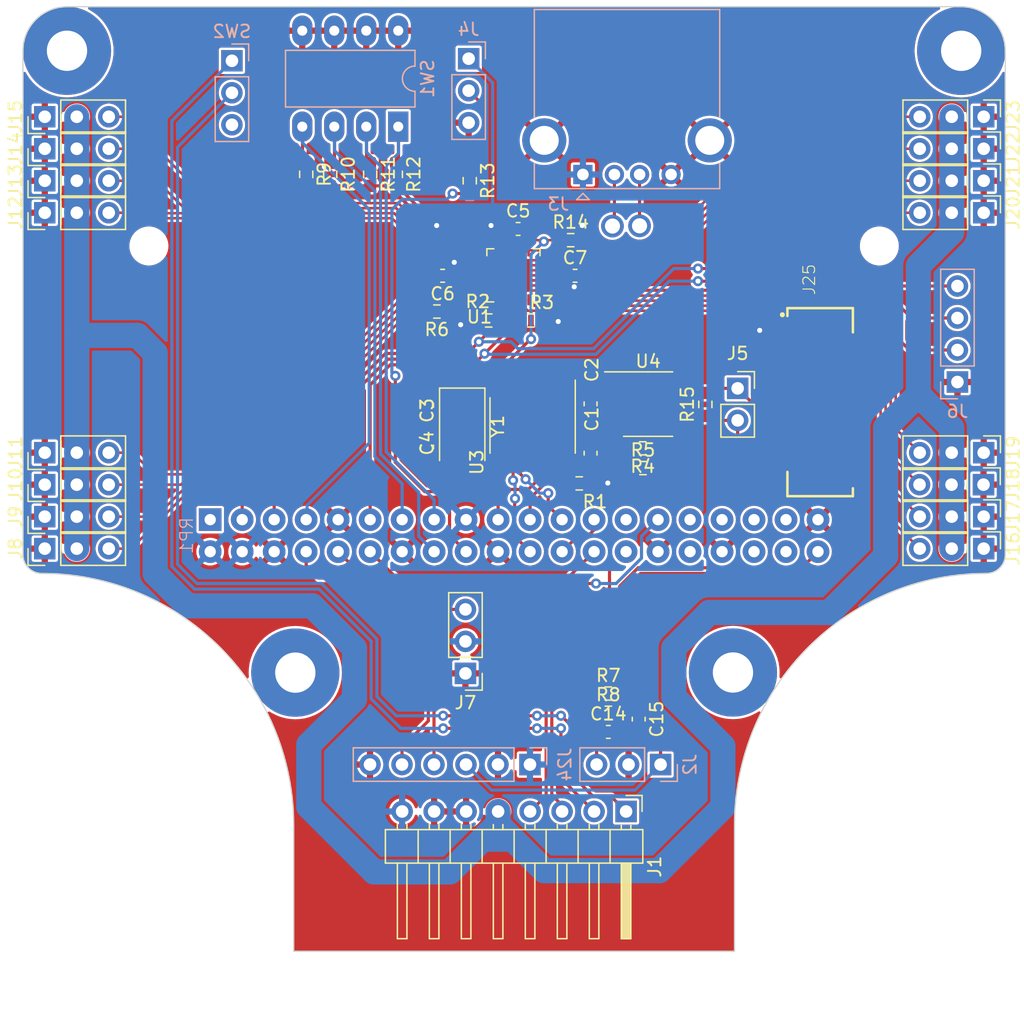
<source format=kicad_pcb>
(kicad_pcb (version 20221018) (generator pcbnew)
  (layers (0 "F.Cu" signal) (31 "B.Cu" signal) (34 "B.Paste" user) (35 "F.Paste" user) (36 "B.SilkS" user "B.Silkscreen") (37 "F.SilkS" user "F.Silkscreen") (38 "B.Mask" user) (39 "F.Mask" user) (44 "Edge.Cuts" user))
  (net 0 "")
  (net 1 "/WS2812B")
  (net 10 "+5V")
  (net 13 "GND")
  (net 23 "Net-(J3-D-)")
  (net 24 "Net-(J3-D+)")
  (net 25 "+3.3VP")
  (net 26 "/CAN/MOSI")
  (net 27 "/CAN/MISO")
  (net 28 "/CAN/SCK")
  (net 29 "/CAN/CE")
  (net 30 "Net-(U3-TXCAN)")
  (net 31 "Net-(U3-RXCAN)")
  (net 32 "Net-(U3-OSC2)")
  (net 33 "Net-(U3-OSC1)")
  (net 34 "Net-(U3-~{RESET})")
  (net 35 "/SX1509/SDA")
  (net 36 "/SX1509/SCL")
  (net 37 "/CAN/CANL")
  (net 38 "/CAN/CANH")
  (net 39 "Net-(U4-Rs)")
  (net 40 "Net-(U1-RESET)")
  (net 41 "/ALIM_EN_5L")
  (net 42 "/EN_5L")
  (net 43 "/CaptTOR_2")
  (net 44 "/CaptTOR_1")
  (net 45 "+5P")
  (net 46 "/SX1509/SX_IO_2")
  (net 47 "/SX1509/SX_IO_3")
  (net 48 "/SX1509/SX_IO_4")
  (net 49 "/SX1509/SX_IO_5")
  (net 50 "/SX1509/SX_IO_6")
  (net 51 "/SX1509/SX_IO_7")
  (net 52 "/SX1509/SX_IO_8")
  (net 53 "/SX1509/SX_IO_9")
  (net 54 "/SX1509/SX_IO_10")
  (net 55 "/SX1509/SX_IO_11")
  (net 56 "/SX1509/SX_IO_12")
  (net 57 "/SX1509/SX_IO_13")
  (net 58 "/SX1509/SX_IO_14")
  (net 59 "/SX1509/SX_IO_15")
  (net 60 "/SX1509/SX_IO_0")
  (net 61 "/SX1509/SX_IO_1")
  (net 62 "Net-(J2-Pin_3)")
  (net 63 "/TIRETTE")
  (net 64 "Net-(J4-Pin_2)")
  (net 65 "/SIDE")
  (net 66 "/INT_SX")
  (net 67 "/INT_CAN")
  (net 73 "Net-(J24-Pin_4)")
  (net 74 "Net-(J24-Pin_5)")
  (net 75 "Net-(RP1-GPIO4{slash}GPCLK0)")
  (net 76 "Net-(RP1-GPIO27)")
  (net 77 "Net-(RP1-GPIO22)")
  (net 78 "Net-(RP1-GPIO23)")
  (footprint "Connector_PinHeader_2.54mm:PinHeader_1x03_P2.54mm_Vertical" (layer "F.Cu") (at 184.785 78.74 -90)
    (fp_text reference "J23")
    (fp_text value "Conn_01x03")
  )
  (footprint "Resistor_SMD:R_0603_1608Metric_Pad0.98x0.95mm_HandSolder" (layer "F.Cu") (at 143.9775 83.82 -90)
    (fp_text reference "R13")
    (fp_text value "68")
  )
  (footprint "Connector_PinHeader_2.54mm:PinHeader_1x03_P2.54mm_Vertical" (layer "F.Cu") (at 110.236 110.49 90)
    (fp_text reference "J9")
    (fp_text value "Conn_01x03")
  )
  (footprint "Capacitor_SMD:C_0603_1608Metric_Pad1.08x0.95mm_HandSolder" (layer "F.Cu") (at 153.571 101.533 90)
    (fp_text reference "C2")
    (fp_text value "100nF")
  )
  (footprint "Capacitor_SMD:C_0603_1608Metric_Pad1.08x0.95mm_HandSolder" (layer "F.Cu") (at 157.3934 126.5682 -90)
    (fp_text reference "C15")
    (fp_text value "100nF")
  )
  (footprint "Connector_PinHeader_2.54mm:PinHeader_1x03_P2.54mm_Vertical" (layer "F.Cu") (at 143.637 122.936 180)
    (fp_text reference "J7")
    (fp_text value "Conn_01x03")
  )
  (footprint "Connector_PinHeader_2.54mm:PinHeader_1x03_P2.54mm_Vertical" (layer "F.Cu") (at 110.236 105.41 90)
    (fp_text reference "J11")
    (fp_text value "Conn_01x03")
  )
  (footprint "Resistor_SMD:R_0603_1608Metric_Pad0.98x0.95mm_HandSolder" (layer "F.Cu") (at 148.8354 94.916)
    (fp_text reference "R3")
    (fp_text value "10K")
  )
  (footprint "Resistor_SMD:R_0603_1608Metric_Pad0.98x0.95mm_HandSolder" (layer "F.Cu") (at 136.0748 83.312 -90)
    (fp_text reference "R11")
    (fp_text value "10K")
  )
  (footprint "Resistor_SMD:R_0603_1608Metric_Pad0.98x0.95mm_HandSolder" (layer "F.Cu") (at 154.9804 124.5362)
    (fp_text reference "R7")
    (fp_text value "68")
  )
  (footprint "Connector_PinHeader_2.54mm:PinHeader_1x03_P2.54mm_Vertical" (layer "F.Cu") (at 184.785 81.28 -90)
    (fp_text reference "J22")
    (fp_text value "Conn_01x03")
  )
  (footprint "Resistor_SMD:R_0603_1608Metric_Pad0.98x0.95mm_HandSolder" (layer "F.Cu") (at 138.1068 83.312 -90)
    (fp_text reference "R12")
    (fp_text value "10K")
  )
  (footprint "Connector_PinHeader_2.54mm:PinHeader_1x03_P2.54mm_Vertical" (layer "F.Cu") (at 184.785 83.82 -90)
    (fp_text reference "J21")
    (fp_text value "Conn_01x03")
  )
  (footprint "Resistor_SMD:R_0603_1608Metric_Pad0.98x0.95mm_HandSolder" (layer "F.Cu") (at 157.7317 106.6355)
    (fp_text reference "R5")
    (fp_text value "10K")
  )
  (footprint "Capacitor_SMD:C_0603_1608Metric_Pad1.08x0.95mm_HandSolder" (layer "F.Cu") (at 140.5867 104.958 90)
    (fp_text reference "C3")
    (fp_text value "22pF")
  )
  (footprint "Resistor_SMD:R_0603_1608Metric_Pad0.98x0.95mm_HandSolder" (layer "F.Cu") (at 141.3678 94.2048 180)
    (fp_text reference "R6")
    (fp_text value "10K")
  )
  (footprint "Connector_PinHeader_2.54mm:PinHeader_1x03_P2.54mm_Vertical" (layer "F.Cu") (at 110.236 83.82 90)
    (fp_text reference "J13")
    (fp_text value "Conn_01x03")
  )
  (footprint "Connector_PinSocket_2.54mm:PinSocket_1x02_P2.54mm_Vertical" (layer "F.Cu") (at 165.2497 100.3055)
    (fp_text reference "J5")
    (fp_text value "Conn_01x02")
  )
  (footprint "Resistor_SMD:R_0603_1608Metric_Pad0.98x0.95mm_HandSolder" (layer "F.Cu") (at 162.6847 101.579 90)
    (fp_text reference "R15")
    (fp_text value "120")
  )
  (footprint "Connector_PinHeader_2.54mm:PinHeader_1x08_P2.54mm_Horizontal" (layer "F.Cu") (at 156.39 133.9 -90)
    (fp_text reference "J1")
    (fp_text value "Conn_01x08")
  )
  (footprint "Resistor_SMD:R_0603_1608Metric_Pad0.98x0.95mm_HandSolder" (layer "F.Cu") (at 157.7104 105.0675 180)
    (fp_text reference "R4")
    (fp_text value "10K")
  )
  (footprint "Capacitor_SMD:C_0603_1608Metric_Pad1.08x0.95mm_HandSolder" (layer "F.Cu") (at 154.9804 127.5842)
    (fp_text reference "C14")
    (fp_text value "100nF")
  )
  (footprint "Package_SO:TSSOP-20_4.4x6.5mm_P0.65mm" (layer "F.Cu") (at 148.971 103.251 -90)
    (fp_text reference "U3")
    (fp_text value "MCP2515-xST")
  )
  (footprint "Connector_PinHeader_2.54mm:PinHeader_1x03_P2.54mm_Vertical" (layer "F.Cu") (at 184.785 86.36 -90)
    (fp_text reference "J20")
    (fp_text value "Conn_01x03")
  )
  (footprint "Connector_PinHeader_2.54mm:PinHeader_1x03_P2.54mm_Vertical" (layer "F.Cu") (at 184.785 113.03 -90)
    (fp_text reference "J16")
    (fp_text value "Conn_01x03")
  )
  (footprint "Capacitor_SMD:C_0603_1608Metric_Pad1.08x0.95mm_HandSolder" (layer "F.Cu") (at 147.8194 87.649)
    (fp_text reference "C5")
    (fp_text value "100nF")
  )
  (footprint "Connector_PinHeader_2.54mm:PinHeader_1x03_P2.54mm_Vertical" (layer "F.Cu") (at 110.236 78.74 90)
    (fp_text reference "J15")
    (fp_text value "Conn_01x03")
  )
  (footprint "Package_SO:SOIC-8_3.9x4.9mm_P1.27mm" (layer "F.Cu") (at 158.141 101.5555)
    (fp_text reference "U4")
    (fp_text value "MCP2551-I-SN")
  )
  (footprint "Resistor_SMD:R_0603_1608Metric_Pad0.98x0.95mm_HandSolder" (layer "F.Cu") (at 132.8998 83.312 -90)
    (fp_text reference "R10")
    (fp_text value "10K")
  )
  (footprint "Connector_PinHeader_2.54mm:PinHeader_1x03_P2.54mm_Vertical" (layer "F.Cu") (at 184.785 105.41 -90)
    (fp_text reference "J19")
    (fp_text value "Conn_01x03")
  )
  (footprint "Connector_PinHeader_2.54mm:PinHeader_1x03_P2.54mm_Vertical" (layer "F.Cu") (at 110.236 107.95 90)
    (fp_text reference "J10")
    (fp_text value "Conn_01x03")
  )
  (footprint "Resistor_SMD:R_0603_1608Metric_Pad0.98x0.95mm_HandSolder" (layer "F.Cu") (at 154.9804 126.0602)
    (fp_text reference "R8")
    (fp_text value "10K")
  )
  (footprint "Capacitor_SMD:C_0603_1608Metric_Pad1.08x0.95mm_HandSolder" (layer "F.Cu") (at 140.5867 101.656 -90)
    (fp_text reference "C4")
    (fp_text value "22pF")
  )
  (footprint "Crystal:Crystal_SMD_5032-2Pin_5.0x3.2mm" (layer "F.Cu") (at 143.3807 103.3335 -90)
    (fp_text reference "Y1")
    (fp_text value "16 MHz")
  )
  (footprint "Connector_PinHeader_2.54mm:PinHeader_1x03_P2.54mm_Vertical" (layer "F.Cu") (at 184.785 110.49 -90)
    (fp_text reference "J17")
    (fp_text value "Conn_01x03")
  )
  (footprint "Connector_PinHeader_2.54mm:PinHeader_1x03_P2.54mm_Vertical" (layer "F.Cu") (at 110.236 81.28 90)
    (fp_text reference "J14")
    (fp_text value "Conn_01x03")
  )
  (footprint "ConnectorsEvo:690357281076" (layer "F.Cu") (at 171.8 101.4 90)
    (fp_text reference "J25")
    (fp_text value "Conn_02x05_Odd_Even")
  )
  (footprint "Capacitor_SMD:C_0603_1608Metric_Pad1.08x0.95mm_HandSolder" (layer "F.Cu") (at 141.825 91.367 180)
    (fp_text reference "C6")
    (fp_text value "100nF")
  )
  (footprint "Capacitor_SMD:C_0603_1608Metric_Pad1.08x0.95mm_HandSolder" (layer "F.Cu") (at 152.3406 91.367)
    (fp_text reference "C7")
    (fp_text value "100nF")
  )
  (footprint "Resistor_SMD:R_0603_1608Metric_Pad0.98x0.95mm_HandSolder" (layer "F.Cu") (at 151.9955 88.538)
    (fp_text reference "R14")
    (fp_text value "10K")
  )
  (footprint "Package_DFN_QFN:QFN-28-1EP_4x4mm_P0.4mm_EP2.6x2.6mm_ThermalVias" (layer "F.Cu") (at 147.447 91.332 180)
    (fp_text reference "U1")
    (fp_text value "~")
  )
  (footprint "Capacitor_SMD:C_0603_1608Metric_Pad1.08x0.95mm_HandSolder" (layer "F.Cu") (at 153.571 105.451 90)
    (fp_text reference "C1")
    (fp_text value "100nF")
  )
  (footprint "Connector_PinHeader_2.54mm:PinHeader_1x03_P2.54mm_Vertical" (layer "F.Cu") (at 110.236 86.36 90)
    (fp_text reference "J12")
    (fp_text value "Conn_01x03")
  )
  (footprint "Resistor_SMD:R_0603_1608Metric_Pad0.98x0.95mm_HandSolder" (layer "F.Cu") (at 130.9948 83.312 -90)
    (fp_text reference "R9")
    (fp_text value "10K")
  )
  (footprint "Resistor_SMD:R_0603_1608Metric_Pad0.98x0.95mm_HandSolder" (layer "F.Cu") (at 145.4826 94.916 180)
    (fp_text reference "R2")
    (fp_text value "10K")
  )
  (footprint "Resistor_SMD:R_0603_1608Metric_Pad0.98x0.95mm_HandSolder" (layer "F.Cu") (at 152.671 107.851)
    (fp_text reference "R1")
    (fp_text value "10K")
  )
  (footprint "Connector_PinHeader_2.54mm:PinHeader_1x03_P2.54mm_Vertical" (layer "F.Cu") (at 184.77 107.95 -90)
    (fp_text reference "J18")
    (fp_text value "Conn_01x03")
  )
  (footprint "Connector_PinHeader_2.54mm:PinHeader_1x03_P2.54mm_Vertical" (layer "F.Cu") (at 110.236 113.03 90)
    (fp_text reference "J8")
    (fp_text value "Conn_01x03")
  )
  (footprint "Connector_PinHeader_2.54mm:PinHeader_1x03_P2.54mm_Vertical" (layer "B.Cu") (at 125.095 74.295 180)
    (fp_text reference "SW2")
    (fp_text value "SW_DPST_x2")
  )
  (footprint "Connector_PinSocket_2.54mm:PinSocket_1x06_P2.54mm_Vertical" (layer "B.Cu") (at 148.76 130.175 90)
    (fp_text reference "J24")
    (fp_text value "Conn_01x06")
  )
  (footprint "Connector_PinHeader_2.54mm:PinHeader_1x03_P2.54mm_Vertical" (layer "B.Cu") (at 143.891 74.129 180)
    (fp_text reference "J4")
    (fp_text value "Conn_01x03")
  )
  (footprint "Connector_PinHeader_2.54mm:PinHeader_1x03_P2.54mm_Vertical" (layer "B.Cu") (at 159.131 130.175 90)
    (fp_text reference "J2")
    (fp_text value "Conn_01x03")
  )
  (footprint "Connector_USB:USB_A_CONNFLY_DS1095-WNR0" (layer "B.Cu") (at 152.964 83.3245)
    (fp_text reference "J3")
    (fp_text value "USB_A")
  )
  (footprint "Nefastor:Raspberry_Pi_Zero" (layer "B.Cu") (at 147.5 112 -90)
    (fp_text reference "RP1")
    (fp_text value "~" hide)
  )
  (footprint "Nefastor:Raspberry_Pi_Zero_USB_Pads" (layer "B.Cu") (at 180 85.5 -90)
    (fp_text reference "RP_USB1" hide)
    (fp_text value "~" hide)
  )
  (footprint "Connector_PinHeader_2.54mm:PinHeader_1x04_P2.54mm_Vertical" (layer "B.Cu") (at 182.7 99.8)
    (fp_text reference "J6")
    (fp_text value "Conn_01x04")
  )
  (footprint "Package_DIP:DIP-8_W7.62mm_LongPads" (layer "B.Cu") (at 138.3 79.525 90)
    (fp_text reference "SW1")
    (fp_text value "SW_DIP_x04")
  )
  (gr_arc (start 108.5 73.5) (mid 109.525126 71.025126) (end 112 70) (stroke (width 0.1)) (layer "Edge.Cuts"))
  (gr_arc (start 186.5 113.5) (mid 186.06066 114.56066) (end 185 115) (stroke (width 0.1)) (layer "Edge.Cuts"))
  (gr_line (start 165 135) (end 165 145) (stroke (width 0.1)) (layer "Edge.Cuts"))
  (gr_arc (start 165 135) (mid 170.857864 120.857864) (end 185 115) (stroke (width 0.1)) (layer "Edge.Cuts"))
  (gr_arc (start 110 115) (mid 124.142136 120.857864) (end 130 135) (stroke (width 0.1)) (layer "Edge.Cuts"))
  (gr_line (start 110 115) (end 110 115) (stroke (width 0.1)) (layer "Edge.Cuts"))
  (gr_line (start 165 145) (end 130 145) (stroke (width 0.1)) (layer "Edge.Cuts"))
  (gr_line (start 130 145) (end 130 135) (stroke (width 0.1)) (layer "Edge.Cuts"))
  (gr_arc (start 110 115) (mid 108.93934 114.56066) (end 108.5 113.5) (stroke (width 0.1)) (layer "Edge.Cuts"))
  (gr_line (start 183 70) (end 112 70) (stroke (width 0.1)) (layer "Edge.Cuts"))
  (gr_line (start 108.5 73.5) (end 108.5 113.5) (stroke (width 0.1)) (layer "Edge.Cuts"))
  (gr_arc (start 183 70) (mid 185.474874 71.025126) (end 186.5 73.5) (stroke (width 0.1)) (layer "Edge.Cuts"))
  (gr_line (start 185 115) (end 185 115) (stroke (width 0.1)) (layer "Edge.Cuts"))
  (gr_line (start 186.5 73.5) (end 186.5 113.5) (stroke (width 0.1)) (layer "Edge.Cuts"))
  (via (at 112 73.5) (size 7) (drill 3.2) (layers "F.Cu" "B.Cu") (net 0))
  (via (at 164.877733 122.865948) (size 7) (drill 3.2) (layers "F.Cu" "B.Cu") (net 0))
  (via (at 130.127674 122.874998) (size 7) (drill 3.2) (layers "F.Cu" "B.Cu") (net 0))
  (via (at 182.997947 73.503413) (size 7) (drill 3.2) (layers "F.Cu" "B.Cu") (net 0))
  (segment (start 140.656 117.856) (end 143.637 117.856) (width 0.25) (layer "F.Cu") (net 1))
  (segment (start 136.07 113.27) (end 140.656 117.856) (width 0.25) (layer "F.Cu") (net 1))
  (segment (start 169.55 95.685) (end 167.015 95.685) (width 0.5) (layer "F.Cu") (net 10))
  (segment (start 167.015 95.685) (end 167 95.7) (width 0.5) (layer "F.Cu") (net 10))
  (via (at 167 95.7) (size 0.8) (drill 0.4) (layers "F.Cu" "B.Cu") (net 10))
  (segment locked (start 145.5095 90.932) (end 146.350553 90.932) (width 0.2) (layer "F.Cu") (net 13))
  (segment locked (start 149.3845 91.732) (end 148.543447 91.732) (width 0.2) (layer "F.Cu") (net 13))
  (segment (start 155.8429 127.5842) (end 156.591 128.3323) (width 0.25) (layer "F.Cu") (net 13))
  (segment (start 153.85 110.73) (end 153.85 111.537588) (width 0.25) (layer "F.Cu") (net 13))
  (segment locked (start 155.666 100.9205) (end 156.079796 100.9205) (width 0.25) (layer "F.Cu") (net 13))
  (segment locked (start 146.397 90.978447) (end 146.397 91.332) (width 0.2) (layer "F.Cu") (net 13))
  (segment locked (start 148.497 91.685553) (end 148.497 91.332) (width 0.2) (layer "F.Cu") (net 13))
  (segment (start 153.85 111.537588) (end 153.013794 112.373794) (width 0.25) (layer "F.Cu") (net 13))
  (segment locked (start 148.543447 91.732) (end 148.497 91.685553) (width 0.2) (layer "F.Cu") (net 13))
  (segment (start 157.3934 127.5299) (end 156.591 128.3323) (width 0.25) (layer "F.Cu") (net 13))
  (segment locked (start 146.350553 90.932) (end 146.397 90.978447) (width 0.2) (layer "F.Cu") (net 13))
  (segment (start 157.3934 127.4307) (end 157.3934 127.5299) (width 0.25) (layer "F.Cu") (net 13))
  (segment (start 156.591 128.3323) (end 156.591 130.175) (width 0.25) (layer "F.Cu") (net 13))
  (segment locked (start 153.821 100.9205) (end 153.571 100.6705) (width 0.25) (layer "F.Cu") (net 13))
  (segment (start 155.464 83.3245) (end 155.464 87.266) (width 0.25) (layer "F.Cu") (net 23))
  (segment (start 155.464 87.266) (end 155.31 87.42) (width 0.25) (layer "F.Cu") (net 23))
  (segment (start 157.46 83.3285) (end 157.464 83.3245) (width 0.25) (layer "F.Cu") (net 24))
  (segment (start 157.46 87.4) (end 157.46 83.3285) (width 0.25) (layer "F.Cu") (net 24))
  (segment locked (start 149.3845 91.332) (end 151.4431 91.332) (width 0.2) (layer "F.Cu") (net 25))
  (segment locked (start 151.4781 91.4466) (end 152.273 92.2415) (width 0.25) (layer "F.Cu") (net 25))
  (segment locked (start 153.776 102.1905) (end 153.571 102.3955) (width 0.25) (layer "F.Cu") (net 25))
  (segment (start 152.548 92.5165) (end 152.273 92.2415) (width 0.25) (layer "F.Cu") (net 25))
  (segment (start 178.885 97.26) (end 178.225 96.6) (width 0.25) (layer "F.Cu") (net 25))
  (segment locked (start 140.4553 94.2048) (end 141.5005 95.25) (width 0.25) (layer "F.Cu") (net 25))
  (segment locked (start 143.59 94.916) (end 143.256 95.25) (width 0.25) (layer "F.Cu") (net 25))
  (segment locked (start 152.096 106.3135) (end 151.896 106.1135) (width 0.25) (layer "F.Cu") (net 25))
  (segment locked (start 142.7225 91.332) (end 145.5095 91.332) (width 0.2) (layer "F.Cu") (net 25))
  (segment locked (start 155.666 102.1905) (end 153.776 102.1905) (width 0.25) (layer "F.Cu") (net 25))
  (segment locked (start 156.966 104.8994) (end 156.966 102.4431) (width 0.25) (layer "F.Cu") (net 25))
  (segment (start 138.1995 84.2245) (end 141.351 87.376) (width 0.25) (layer "F.Cu") (net 25))
  (segment locked (start 155.075 125.2423) (end 155.075 107.958) (width 0.25) (layer "F.Cu") (net 25))
  (segment (start 146.9569 87.649) (end 145.942 87.649) (width 0.25) (layer "F.Cu") (net 25))
  (segment locked (start 150.923 94.916) (end 151.003 94.996) (width 0.25) (layer "F.Cu") (net 25))
  (segment locked (start 152.908 88.538) (end 152.908 87.376) (width 0.25) (layer "F.Cu") (net 25))
  (segment (start 138.1068 84.2245) (end 138.1995 84.2245) (width 0.25) (layer "F.Cu") (net 25))
  (segment (start 142.7225 90.3225) (end 142.748 90.297) (width 0.25) (layer "F.Cu") (net 25))
  (segment (start 176.214596 92.5165) (end 152.548 92.5165) (width 0.25) (layer "F.Cu") (net 25))
  (segment (start 157.0389 126.0602) (end 157.3934 125.7057) (width 0.25) (layer "F.Cu") (net 25))
  (segment (start 132.0108 84.2245) (end 132.8998 84.2245) (width 0.25) (layer "F.Cu") (net 25))
  (segment locked (start 153.571 106.3135) (end 152.096 106.3135) (width 0.25) (layer "F.Cu") (net 25))
  (segment (start 136.0748 84.2245) (end 138.1068 84.2245) (width 0.25) (layer "F.Cu") (net 25))
  (segment locked (start 144.5701 94.916) (end 143.59 94.916) (width 0.25) (layer "F.Cu") (net 25))
  (segment locked (start 142.6875 91.367) (end 142.7225 91.332) (width 0.2) (layer "F.Cu") (net 25))
  (segment (start 130.9948 84.2245) (end 132.0108 84.2245) (width 0.25) (layer "F.Cu") (net 25))
  (segment locked (start 156.7979 105.0675) (end 154.817 105.0675) (width 0.25) (layer "F.Cu") (net 25))
  (segment locked (start 153.5835 107.851) (end 154.912 107.851) (width 0.25) (layer "F.Cu") (net 25))
  (segment locked (start 151.4431 91.332) (end 151.4781 91.367) (width 0.2) (layer "F.Cu") (net 25))
  (segment (start 155.8929 126.0602) (end 157.0389 126.0602) (width 0.25) (layer "F.Cu") (net 25))
  (segment (start 159.131 130.175) (end 159.131 127.4433) (width 0.25) (layer "F.Cu") (net 25))
  (segment locked (start 156.966 102.4431) (end 156.7134 102.1905) (width 0.25) (layer "F.Cu") (net 25))
  (segment locked (start 154.817 105.0675) (end 153.571 106.3135) (width 0.25) (layer "F.Cu") (net 25))
  (segment locked (start 154.912 107.851) (end 154.94 107.823) (width 0.25) (layer "F.Cu") (net 25))
  (segment locked (start 156.7979 105.0675) (end 156.966 104.8994) (width 0.25) (layer "F.Cu") (net 25))
  (segment locked (start 155.8929 126.0602) (end 155.075 125.2423) (width 0.25) (layer "F.Cu") (net 25))
  (segment locked (start 147.047 89.3945) (end 147.047 87.6477) (width 0.2) (layer "F.Cu") (net 25))
  (segment locked (start 156.7134 102.1905) (end 155.666 102.1905) (width 0.25) (layer "F.Cu") (net 25))
  (segment (start 145.942 87.649) (end 145.669 87.376) (width 0.25) (layer "F.Cu") (net 25))
  (segment (start 178.225 94.526904) (end 176.214596 92.5165) (width 0.25) (layer "F.Cu") (net 25))
  (segment locked (start 153.5835 106.326) (end 153.571 106.3135) (width 0.25) (layer "F.Cu") (net 25))
  (segment (start 178.225 96.6) (end 178.225 94.526904) (width 0.25) (layer "F.Cu") (net 25))
  (segment locked (start 149.7479 94.916) (end 150.923 94.916) (width 0.25) (layer "F.Cu") (net 25))
  (segment locked (start 153.571 106.3135) (end 153.7335 106.3135) (width 0.25) (layer "F.Cu") (net 25))
  (segment locked (start 155.075 107.958) (end 154.94 107.823) (width 0.25) (layer "F.Cu") (net 25))
  (segment (start 142.7225 91.332) (end 142.7225 90.3225) (width 0.25) (layer "F.Cu") (net 25))
  (segment (start 159.131 127.4433) (end 157.3934 125.7057) (width 0.25) (layer "F.Cu") (net 25))
  (segment (start 182.7 97.26) (end 178.885 97.26) (width 0.25) (layer "F.Cu") (net 25))
  (segment (start 132.8998 84.2245) (end 136.0748 84.2245) (width 0.25) (layer "F.Cu") (net 25))
  (segment locked (start 151.4781 91.367) (end 151.4781 91.4466) (width 0.25) (layer "F.Cu") (net 25))
  (segment locked (start 141.5005 95.25) (end 143.256 95.25) (width 0.25) (layer "F.Cu") (net 25))
  (segment locked (start 146.6549 87.6036) (end 146.9569 87.9056) (width 0.2) (layer "F.Cu") (net 25))
  (segment locked (start 153.5835 107.851) (end 153.5835 106.326) (width 0.25) (layer "F.Cu") (net 25))
  (via (at 145.669 87.376) (size 0.8) (drill 0.4) (layers "F.Cu" "B.Cu") (net 25))
  (via locked (at 152.908 87.376) (size 0.8) (drill 0.4) (layers "F.Cu" "B.Cu") (net 25))
  (via locked (at 154.94 107.823) (size 0.8) (drill 0.4) (layers "F.Cu" "B.Cu") (net 25))
  (via locked (at 152.273 92.2415) (size 0.8) (drill 0.4) (layers "F.Cu" "B.Cu") (net 25))
  (via locked (at 151.003 94.996) (size 0.8) (drill 0.4) (layers "F.Cu" "B.Cu") (net 25))
  (via locked (at 143.256 95.25) (size 0.8) (drill 0.4) (layers "F.Cu" "B.Cu") (net 25))
  (via (at 141.351 87.376) (size 0.8) (drill 0.4) (layers "F.Cu" "B.Cu") (net 25))
  (via (at 142.748 90.297) (size 0.8) (drill 0.4) (layers "F.Cu" "B.Cu") (net 25))
  (segment (start 157.106 132.2) (end 159.131 130.175) (width 0.25) (layer "B.Cu") (net 25))
  (segment (start 143.891 74.129) (end 145.796 76.034) (width 0.25) (layer "B.Cu") (net 25))
  (segment (start 145.796 76.034) (end 145.796 85.725) (width 0.25) (layer "B.Cu") (net 25))
  (segment (start 143.68 130.175) (end 145.705 132.2) (width 0.25) (layer "B.Cu") (net 25))
  (segment (start 145.705 132.2) (end 157.106 132.2) (width 0.25) (layer "B.Cu") (net 25))
  (segment (start 149.296 107.664707) (end 149.296 106.1135) (width 0.25) (layer "F.Cu") (net 26))
  (segment (start 146.23 109.04) (end 146.939 108.331) (width 0.25) (layer "F.Cu") (net 26))
  (segment (start 146.23 110.73) (end 146.148808 110.73) (width 0.25) (layer "F.Cu") (net 26))
  (segment (start 148.629707 108.331) (end 149.296 107.664707) (width 0.25) (layer "F.Cu") (net 26))
  (segment (start 146.23 110.73) (end 146.23 109.04) (width 0.25) (layer "F.Cu") (net 26))
  (segment (start 146.939 108.331) (end 148.629707 108.331) (width 0.25) (layer "F.Cu") (net 26))
  (segment (start 148.77 109.04) (end 149.946 107.864) (width 0.25) (layer "F.Cu") (net 27))
  (segment (start 148.77 110.73) (end 148.77 109.04) (width 0.25) (layer "F.Cu") (net 27))
  (segment (start 149.946 107.864) (end 149.946 106.1135) (width 0.25) (layer "F.Cu") (net 27))
  (segment (start 147.996 106.1135) (end 147.996 107.102) (width 0.25) (layer "F.Cu") (net 28))
  (segment (start 147.996 107.102) (end 148.414701 107.520701) (width 0.25) (layer "F.Cu") (net 28))
  (segment (start 150.208309 109.628309) (end 150.208309 108.626289) (width 0.25) (layer "F.Cu") (net 28))
  (segment (start 151.31 110.73) (end 150.208309 109.628309) (width 0.25) (layer "F.Cu") (net 28))
  (via (at 150.208309 108.626289) (size 0.8) (drill 0.4) (layers "F.Cu" "B.Cu") (net 28))
  (via (at 148.414701 107.520701) (size 0.8) (drill 0.4) (layers "F.Cu" "B.Cu") (net 28))
  (segment (start 148.414701 107.520701) (end 149.520289 108.626289) (width 0.25) (layer "B.Cu") (net 28))
  (segment (start 149.520289 108.626289) (end 150.208309 108.626289) (width 0.25) (layer "B.Cu") (net 28))
  (segment (start 150.596 107.971495) (end 150.596 106.1135) (width 0.25) (layer "F.Cu") (net 29))
  (segment (start 152.535 109.910495) (end 150.596 107.971495) (width 0.25) (layer "F.Cu") (net 29))
  (segment (start 151.31 113.27) (end 152.535 112.045) (width 0.25) (layer "F.Cu") (net 29))
  (segment (start 152.535 112.045) (end 152.535 109.910495) (width 0.25) (layer "F.Cu") (net 29))
  (segment locked (start 155.666 99.6505) (end 152.634 99.6505) (width 0.25) (layer "F.Cu") (net 30))
  (segment locked (start 152.634 99.6505) (end 151.896 100.3885) (width 0.25) (layer "F.Cu") (net 30))
  (segment locked (start 155.661 99.6555) (end 155.666 99.6505) (width 0.25) (layer "F.Cu") (net 30))
  (segment locked (start 155.666 103.4605) (end 153.0327 103.4605) (width 0.25) (layer "F.Cu") (net 31))
  (segment locked (start 153.0327 103.4605) (end 151.246 101.6738) (width 0.25) (layer "F.Cu") (net 31))
  (segment locked (start 151.246 101.6738) (end 151.246 100.3885) (width 0.25) (layer "F.Cu") (net 31))
  (segment locked (start 155.661 103.4555) (end 155.666 103.4605) (width 0.25) (layer "F.Cu") (net 31))
  (segment locked (start 141.2237 105.1835) (end 140.5867 105.8205) (width 0.25) (layer "F.Cu") (net 32))
  (segment locked (start 147.346 101.4182) (end 143.5807 105.1835) (width 0.25) (layer "F.Cu") (net 32))
  (segment locked (start 143.5807 105.1835) (end 143.3807 105.1835) (width 0.25) (layer "F.Cu") (net 32))
  (segment locked (start 143.3807 105.1835) (end 141.2237 105.1835) (width 0.25) (layer "F.Cu") (net 32))
  (segment locked (start 147.346 100.3885) (end 147.346 101.4182) (width 0.25) (layer "F.Cu") (net 32))
  (segment locked (start 146.539541 101.4835) (end 146.696 101.327041) (width 0.25) (layer "F.Cu") (net 33))
  (segment locked (start 143.3807 101.4835) (end 141.2767 101.4835) (width 0.25) (layer "F.Cu") (net 33))
  (segment locked (start 146.696 101.327041) (end 146.696 100.3885) (width 0.25) (layer "F.Cu") (net 33))
  (segment locked (start 143.3807 101.4835) (end 146.539541 101.4835) (width 0.25) (layer "F.Cu") (net 33))
  (segment locked (start 141.2767 101.4835) (end 140.5867 100.7935) (width 0.25) (layer "F.Cu") (net 33))
  (segment locked (start 151.7585 107.851) (end 151.246 107.3385) (width 0.25) (layer "F.Cu") (net 34))
  (segment locked (start 151.246 107.3385) (end 151.246 106.1135) (width 0.25) (layer "F.Cu") (net 34))
  (segment (start 143.7751 97.536) (end 144.70555 96.60555) (width 0.25) (layer "F.Cu") (net 35))
  (segment (start 125.91 110.73) (end 125.91 108.913) (width 0.25) (layer "F.Cu") (net 35))
  (segment (start 177.150888 92.18) (end 176.985444 92.014556) (width 0.25) (layer "F.Cu") (net 35))
  (segment locked (start 146.3951 94.916) (end 146.5494 94.916) (width 0.2) (layer "F.Cu") (net 35))
  (segment (start 176.587388 91.6165) (end 176.214596 91.6165) (width 0.25) (layer "F.Cu") (net 35))
  (segment locked (start 147.047 94.4184) (end 147.047 93.2695) (width 0.2) (layer "F.Cu") (net 35))
  (segment (start 144.70555 96.60555) (end 146.3951 94.916) (width 0.25) (layer "F.Cu") (net 35))
  (segment locked (start 146.5494 94.916) (end 147.047 94.4184) (width 0.2) (layer "F.Cu") (net 35))
  (segment (start 165 91.6) (end 164.192497 90.792497) (width 0.25) (layer "F.Cu") (net 35))
  (segment (start 176.214596 91.6165) (end 165.0165 91.6165) (width 0.25) (layer "F.Cu") (net 35))
  (segment (start 182.7 92.18) (end 177.150888 92.18) (width 0.25) (layer "F.Cu") (net 35))
  (segment (start 137.287 97.536) (end 143.7751 97.536) (width 0.25) (layer "F.Cu") (net 35))
  (segment (start 165.0165 91.6165) (end 165 91.6) (width 0.25) (layer "F.Cu") (net 35))
  (segment (start 176.985444 92.014556) (end 176.587388 91.6165) (width 0.25) (layer "F.Cu") (net 35))
  (segment (start 164.192497 90.792497) (end 162.1 90.792497) (width 0.25) (layer "F.Cu") (net 35))
  (segment (start 125.91 108.913) (end 137.287 97.536) (width 0.25) (layer "F.Cu") (net 35))
  (via (at 144.70555 96.60555) (size 0.8) (drill 0.4) (layers "F.Cu" "B.Cu") (net 35))
  (via (at 162.1 90.792497) (size 0.8) (drill 0.4) (layers "F.Cu" "B.Cu") (net 35))
  (segment (start 160.171107 90.792497) (end 153.813604 97.15) (width 0.25) (layer "B.Cu") (net 35))
  (segment (start 162.1 90.792497) (end 160.171107 90.792497) (width 0.25) (layer "B.Cu") (net 35))
  (segment (start 147.8 97.15) (end 147.25555 96.60555) (width 0.25) (layer "B.Cu") (net 35))
  (segment (start 147.25555 96.60555) (end 144.70555 96.60555) (width 0.25) (layer "B.Cu") (net 35))
  (segment (start 153.813604 97.15) (end 147.8 97.15) (width 0.25) (layer "B.Cu") (net 35))
  (segment (start 128.45 107.009396) (end 137.473396 97.986) (width 0.25) (layer "F.Cu") (net 36))
  (segment (start 164.4 91.8) (end 162.108 91.8) (width 0.25) (layer "F.Cu") (net 36))
  (segment locked (start 147.9229 94.916) (end 147.447 94.4401) (width 0.2) (layer "F.Cu") (net 36))
  (segment (start 177.917246 93.582754) (end 176.400992 92.0665) (width 0.25) (layer "F.Cu") (net 36))
  (segment (start 128.45 110.73) (end 128.45 107.009396) (width 0.25) (layer "F.Cu") (net 36))
  (segment (start 164.6665 92.0665) (end 164.4 91.8) (width 0.25) (layer "F.Cu") (net 36))
  (segment (start 176.400992 92.0665) (end 176.0282 92.0665) (width 0.25) (layer "F.Cu") (net 36))
  (segment (start 147.784 94.916) (end 147.9229 94.916) (width 0.25) (layer "F.Cu") (net 36))
  (segment (start 179.054492 94.72) (end 177.917246 93.582754) (width 0.25) (layer "F.Cu") (net 36))
  (segment (start 162.108 91.8) (end 162.1 91.792) (width 0.25) (layer "F.Cu") (net 36))
  (segment (start 137.473396 97.986) (end 144.714 97.986) (width 0.25) (layer "F.Cu") (net 36))
  (segment (start 182.7 94.72) (end 179.054492 94.72) (width 0.25) (layer "F.Cu") (net 36))
  (segment (start 144.714 97.986) (end 145.15 97.55) (width 0.25) (layer "F.Cu") (net 36))
  (segment (start 176.0282 92.0665) (end 164.6665 92.0665) (width 0.25) (layer "F.Cu") (net 36))
  (segment (start 145.15 97.55) (end 147.784 94.916) (width 0.25) (layer "F.Cu") (net 36))
  (segment locked (start 147.447 94.4401) (end 147.447 93.2695) (width 0.2) (layer "F.Cu") (net 36))
  (via (at 145.15 97.55) (size 0.8) (drill 0.4) (layers "F.Cu" "B.Cu") (net 36))
  (via (at 162.1 91.792) (size 0.8) (drill 0.4) (layers "F.Cu" "B.Cu") (net 36))
  (segment (start 159.808 91.792) (end 154 97.6) (width 0.25) (layer "B.Cu") (net 36))
  (segment (start 154 97.6) (end 145.2 97.6) (width 0.25) (layer "B.Cu") (net 36))
  (segment (start 145.2 97.6) (end 145.15 97.55) (width 0.25) (layer "B.Cu") (net 36))
  (segment (start 162.1 91.792) (end 159.808 91.792) (width 0.25) (layer "B.Cu") (net 36))
  (segment locked (start 163.0387 102.8455) (end 165.2497 102.8455) (width 0.25) (layer "F.Cu") (net 37))
  (segment (start 174.05 107.115) (end 167.92 107.115) (width 0.25) (layer "F.Cu") (net 37))
  (segment (start 167.92 107.115) (end 165.2497 104.4447) (width 0.25) (layer "F.Cu") (net 37))
  (segment (start 165.2497 104.4447) (end 165.2497 102.8455) (width 0.25) (layer "F.Cu") (net 37))
  (segment locked (start 160.616 102.1905) (end 162.3837 102.1905) (width 0.25) (layer "F.Cu") (net 37))
  (segment locked (start 162.3837 102.1905) (end 162.6847 102.4915) (width 0.25) (layer "F.Cu") (net 37))
  (segment locked (start 162.6847 102.4915) (end 163.0387 102.8455) (width 0.25) (layer "F.Cu") (net 37))
  (segment (start 169.55 105.845) (end 168.8 105.845) (width 0.25) (layer "F.Cu") (net 38))
  (segment locked (start 160.616 100.9205) (end 162.4307 100.9205) (width 0.25) (layer "F.Cu") (net 38))
  (segment locked (start 163.0457 100.3055) (end 165.2497 100.3055) (width 0.25) (layer "F.Cu") (net 38))
  (segment (start 168.8 105.845) (end 166.5 103.545) (width 0.25) (layer "F.Cu") (net 38))
  (segment (start 166.5 103.545) (end 166.5 101.5558) (width 0.25) (layer "F.Cu") (net 38))
  (segment locked (start 162.6847 100.6665) (end 163.0457 100.3055) (width 0.25) (layer "F.Cu") (net 38))
  (segment locked (start 162.4307 100.9205) (end 162.6847 100.6665) (width 0.25) (layer "F.Cu") (net 38))
  (segment (start 166.5 101.5558) (end 165.2497 100.3055) (width 0.25) (layer "F.Cu") (net 38))
  (segment locked (start 158.9674 99.6505) (end 159.4104 99.6505) (width 0.25) (layer "F.Cu") (net 39))
  (segment locked (start 158.6229 105.0675) (end 158.6229 99.995) (width 0.25) (layer "F.Cu") (net 39))
  (segment locked (start 158.6229 99.995) (end 158.9674 99.6505) (width 0.25) (layer "F.Cu") (net 39))
  (segment locked (start 159.4104 99.6505) (end 160.616 99.6505) (width 0.25) (layer "F.Cu") (net 39))
  (segment locked (start 142.4327 94.0524) (end 142.2803 94.2048) (width 0.2) (layer "F.Cu") (net 40))
  (segment locked (start 146.647 93.801975) (end 146.396575 94.0524) (width 0.2) (layer "F.Cu") (net 40))
  (segment locked (start 146.647 93.2695) (end 146.647 93.801975) (width 0.2) (layer "F.Cu") (net 40))
  (segment locked (start 146.396575 94.0524) (end 142.4327 94.0524) (width 0.2) (layer "F.Cu") (net 40))
  (segment (start 151.244302 126.300497) (end 151.2185 126.300497) (width 0.25) (layer "F.Cu") (net 41))
  (segment (start 151.9435 127.3) (end 151.9435 126.999695) (width 0.25) (layer "F.Cu") (net 41))
  (segment (start 151.9435 130.875) (end 151.9435 127.3) (width 0.25) (layer "F.Cu") (net 41))
  (segment (start 151.9435 126.999695) (end 151.244302 126.300497) (width 0.25) (layer "F.Cu") (net 41))
  (segment (start 155.215 132.725) (end 153.7935 132.725) (width 0.25) (layer "F.Cu") (net 41))
  (segment (start 149.3195 126.3) (end 141.8645 126.3) (width 0.25) (layer "F.Cu") (net 41))
  (segment (start 153.7935 132.725) (end 151.9435 130.875) (width 0.25) (layer "F.Cu") (net 41))
  (segment (start 156.39 133.9) (end 155.215 132.725) (width 0.25) (layer "F.Cu") (net 41))
  (via (at 141.8645 126.3) (size 0.8) (drill 0.4) (layers "F.Cu" "B.Cu") (net 41))
  (via (at 149.3195 126.3) (size 0.8) (drill 0.4) (layers "F.Cu" "B.Cu") (net 41))
  (via (at 151.2185 126.300497) (size 0.8) (drill 0.4) (layers "F.Cu" "B.Cu") (net 41))
  (segment (start 122.305228 115.795) (end 120.775 114.264772) (width 0.25) (layer "B.Cu") (net 41))
  (segment (start 120.775 114.264772) (end 120.775 81.155) (width 0.25) (layer "B.Cu") (net 41))
  (segment (start 136.602674 124.766278) (end 136.602674 120.192966) (width 0.25) (layer "B.Cu") (net 41))
  (segment (start 138.136396 126.3) (end 136.602674 124.766278) (width 0.25) (layer "B.Cu") (net 41))
  (segment (start 151.2185 126.300497) (end 149.319997 126.300497) (width 0.25) (layer "B.Cu") (net 41))
  (segment (start 136.602674 120.192966) (end 132.204708 115.795) (width 0.25) (layer "B.Cu") (net 41))
  (segment (start 120.775 81.155) (end 125.095 76.835) (width 0.25) (layer "B.Cu") (net 41))
  (segment (start 141.8645 126.3) (end 138.136396 126.3) (width 0.25) (layer "B.Cu") (net 41))
  (segment (start 132.204708 115.795) (end 122.305228 115.795) (width 0.25) (layer "B.Cu") (net 41))
  (segment (start 149.319997 126.300497) (end 149.3195 126.3) (width 0.25) (layer "B.Cu") (net 41))
  (segment (start 151.2185 131.2685) (end 151.2185 127.3) (width 0.25) (layer "F.Cu") (net 42))
  (segment (start 149.3195 127.3) (end 141.8645 127.3) (width 0.25) (layer "F.Cu") (net 42))
  (segment (start 153.85 133.9) (end 151.2185 131.2685) (width 0.25) (layer "F.Cu") (net 42))
  (via (at 141.8645 127.3) (size 0.8) (drill 0.4) (layers "F.Cu" "B.Cu") (net 42))
  (via (at 151.2185 127.3) (size 0.8) (drill 0.4) (layers "F.Cu" "B.Cu") (net 42))
  (via (at 149.3195 127.3) (size 0.8) (drill 0.4) (layers "F.Cu" "B.Cu") (net 42))
  (segment (start 122.118832 116.245) (end 120.325 114.451168) (width 0.25) (layer "B.Cu") (net 42))
  (segment (start 136.152674 124.952674) (end 136.152674 120.379362) (width 0.25) (layer "B.Cu") (net 42))
  (segment (start 120.325 79.065) (end 125.095 74.295) (width 0.25) (layer "B.Cu") (net 42))
  (segment (start 151.2185 127.3) (end 149.3195 127.3) (width 0.25) (layer "B.Cu") (net 42))
  (segment (start 120.325 114.451168) (end 120.325 79.065) (width 0.25) (layer "B.Cu") (net 42))
  (segment (start 136.152674 120.379362) (end 132.018312 116.245) (width 0.25) (layer "B.Cu") (net 42))
  (segment (start 138.5 127.3) (end 136.152674 124.952674) (width 0.25) (layer "B.Cu") (net 42))
  (segment (start 132.018312 116.245) (end 122.118832 116.245) (width 0.25) (layer "B.Cu") (net 42))
  (segment (start 141.8645 127.3) (end 138.5 127.3) (width 0.25) (layer "B.Cu") (net 42))
  (segment (start 150.5 122.3) (end 150.494 122.306) (width 0.25) (layer "F.Cu") (net 43))
  (segment (start 150.494 122.306) (end 150.494 132.594) (width 0.25) (layer "F.Cu") (net 43))
  (segment (start 150.494 132.594) (end 151.31 133.41) (width 0.25) (layer "F.Cu") (net 43))
  (segment locked (start 154 115.8) (end 151.956396 115.8) (width 0.25) (layer "F.Cu") (net 43))
  (segment (start 151.128198 116.628198) (end 150.5 117.256396) (width 0.25) (layer "F.Cu") (net 43))
  (segment (start 151.31 133.41) (end 151.31 133.9) (width 0.25) (layer "F.Cu") (net 43))
  (segment locked (start 151.956396 115.8) (end 151.128198 116.628198) (width 0.25) (layer "F.Cu") (net 43))
  (segment (start 150.5 117.256396) (end 150.5 122.3) (width 0.25) (layer "F.Cu") (net 43))
  (via locked (at 154 115.8) (size 0.8) (drill 0.4) (layers "F.Cu" "B.Cu") (net 43))
  (segment locked (start 155.6 115.8) (end 154 115.8) (width 0.25) (layer "B.Cu") (net 43))
  (segment locked (start 157.615 112.045) (end 157.615 113.785) (width 0.25) (layer "B.Cu") (net 43))
  (segment locked (start 157.615 113.785) (end 155.6 115.8) (width 0.25) (layer "B.Cu") (net 43))
  (segment locked (start 158.93 110.73) (end 157.615 112.045) (width 0.25) (layer "B.Cu") (net 43))
  (segment (start 153.85 113.27) (end 150.044 117.076) (width 0.25) (layer "F.Cu") (net 44))
  (segment (start 150.044 117.076) (end 150.044 132.626) (width 0.25) (layer "F.Cu") (net 44))
  (segment (start 150.044 132.626) (end 148.77 133.9) (width 0.25) (layer "F.Cu") (net 44))
  (segment (start 182.245 78.74) (end 182.245 81.28) (width 2) (layer "B.Cu") (net 45))
  (segment (start 182.245 103.85) (end 182.245 105.41) (width 2) (layer "B.Cu") (net 45))
  (segment (start 162.996877 118.1) (end 172.529296 118.1) (width 2) (layer "B.Cu") (net 45))
  (segment (start 172.529296 118.1) (end 177 113.629296) (width 2) (layer "B.Cu") (net 45))
  (segment (start 112.776 78.74) (end 112.776 81.28) (width 2) (layer "B.Cu") (net 45))
  (segment (start 119 97.5) (end 119 115) (width 2) (layer "B.Cu") (net 45))
  (segment (start 112.776 107.95) (end 112.776 110.49) (width 2) (layer "B.Cu") (net 45))
  (segment (start 182.245 105.41) (end 182.245 107.935) (width 2) (layer "B.Cu") (net 45))
  (segment (start 121.280964 117.280964) (end 121.718836 117.57) (width 2) (layer "B.Cu") (net 45))
  (segment (start 177 103.4) (end 179.6 100.8) (width 2) (layer "B.Cu") (net 45))
  (segment (start 182.245 87.92) (end 182.245 86.36) (width 2) (layer "B.Cu") (net 45))
  (segment (start 164.039814 133.586832) (end 164.07394 133.207654) (width 2) (layer "B.Cu") (net 45))
  (segment (start 182.245 103.85) (end 182.245 103.445) (width 2) (layer "B.Cu") (net 45))
  (segment (start 147.4 136.1) (end 146.23 134.93) (width 2) (layer "B.Cu") (net 45))
  (segment (start 179.6 100.8) (end 179.6 90.565) (width 2) (layer "B.Cu") (net 45))
  (segment (start 112.776 86.36) (end 112.776 96.1) (width 2) (layer "B.Cu") (net 45))
  (segment (start 164.07394 128.708959) (end 160.177733 124.812752) (width 2) (layer "B.Cu") (net 45))
  (segment (start 177 113.629296) (end 177 103.4) (width 2) (layer "B.Cu") (net 45))
  (segment (start 164.07394 133.207654) (end 164.07394 128.708959) (width 2) (layer "B.Cu") (net 45))
  (segment (start 136.38873 138.7) (end 142.4 138.7) (width 2) (layer "B.Cu") (net 45))
  (segment (start 134.827674 124.972326) (end 131.2 128.6) (width 2) (layer "B.Cu") (net 45))
  (segment (start 112.776 81.28) (end 112.776 83.82) (width 2) (layer "B.Cu") (net 45))
  (segment (start 131.2 128.6) (end 131.2 133.51127) (width 2) (layer "B.Cu") (net 45))
  (segment (start 182.245 103.445) (end 179.6 100.8) (width 2) (layer "B.Cu") (net 45))
  (segment (start 149.9 138.6) (end 159.026646 138.6) (width 2) (layer "B.Cu") (net 45))
  (segment (start 142.4 138.7) (end 145 136.1) (width 2) (layer "B.Cu") (net 45))
  (segment (start 134.827674 120.928194) (end 134.827674 124.972326) (width 2) (layer "B.Cu") (net 45))
  (segment (start 121.718836 117.57) (end 131.46948 117.57) (width 2) (layer "B.Cu") (net 45))
  (segment (start 131.46948 117.57) (end 134.827674 120.928194) (width 2) (layer "B.Cu") (net 45))
  (segment (start 146.23 133.9) (end 146.23 134.93) (width 2) (layer "B.Cu") (net 45))
  (segment (start 182.23 107.95) (end 182.23 110.475) (width 2) (layer "B.Cu") (net 45))
  (segment (start 182.245 81.28) (end 182.245 83.82) (width 2) (layer "B.Cu") (net 45))
  (segment (start 112.776 83.82) (end 112.776 86.36) (width 2) (layer "B.Cu") (net 45))
  (segment (start 182.245 107.935) (end 182.23 107.95) (width 2) (layer "B.Cu") (net 45))
  (segment (start 112.776 105.41) (end 112.776 107.95) (width 2) (layer "B.Cu") (net 45))
  (segment (start 112.776 96.1) (end 117.6 96.1) (width 2) (layer "B.Cu") (net 45))
  (segment (start 147.4 136.1) (end 149.9 138.6) (width 2) (layer "B.Cu") (net 45))
  (segment (start 160.177733 120.919144) (end 162.996877 118.1) (width 2) (layer "B.Cu") (net 45))
  (segment (start 146.23 134.87) (end 145 136.1) (width 2) (layer "B.Cu") (net 45))
  (segment (start 131.2 133.51127) (end 136.38873 138.7) (width 2) (layer "B.Cu") (net 45))
  (segment (start 179.6 90.565) (end 182.245 87.92) (width 2) (layer "B.Cu") (net 45))
  (segment (start 182.23 110.475) (end 182.245 110.49) (width 2) (layer "B.Cu") (net 45))
  (segment (start 146.23 133.9) (end 146.23 134.87) (width 2) (layer "B.Cu") (net 45))
  (segment (start 160.177733 124.812752) (end 160.177733 120.919144) (width 2) (layer "B.Cu") (net 45))
  (segment (start 182.245 110.49) (end 182.245 113.03) (width 2) (layer "B.Cu") (net 45))
  (segment (start 112.776 110.49) (end 112.776 113.03) (width 2) (layer "B.Cu") (net 45))
  (segment (start 182.245 83.82) (end 182.245 86.36) (width 2) (layer "B.Cu") (net 45))
  (segment (start 159.026646 138.6) (end 164.039814 133.586832) (width 2) (layer "B.Cu") (net 45))
  (segment (start 119 115) (end 121.280964 117.280964) (width 2) (layer "B.Cu") (net 45))
  (segment (start 117.6 96.1) (end 119 97.5) (width 2) (layer "B.Cu") (net 45))
  (segment (start 145 136.1) (end 147.4 136.1) (width 2) (layer "B.Cu") (net 45))
  (segment (start 112.776 96.1) (end 112.776 105.41) (width 2) (layer "B.Cu") (net 45))
  (segment (start 149.3845 92.532) (end 149.889314 92.532) (width 0.2) (layer "F.Cu") (net 46))
  (segment (start 177.4 94.86863) (end 177.4 105.66) (width 0.2) (layer "F.Cu") (net 46))
  (segment (start 177.4 105.66) (end 179.69 107.95) (width 0.2) (layer "F.Cu") (net 46))
  (segment (start 149.889314 92.532) (end 150.698815 93.3415) (width 0.2) (layer "F.Cu") (net 46))
  (segment (start 150.698815 93.3415) (end 175.872871 93.3415) (width 0.2) (layer "F.Cu") (net 46))
  (segment (start 175.872871 93.3415) (end 177.4 94.86863) (width 0.2) (layer "F.Cu") (net 46))
  (segment (start 177.8 94.702945) (end 177.8 103.505) (width 0.2) (layer "F.Cu") (net 47))
  (segment (start 177.8 103.505) (end 179.705 105.41) (width 0.2) (layer "F.Cu") (net 47))
  (segment (start 149.3845 92.132) (end 150.055 92.132) (width 0.2) (layer "F.Cu") (net 47))
  (segment (start 150.055 92.132) (end 150.8645 92.9415) (width 0.2) (layer "F.Cu") (net 47))
  (segment (start 150.8645 92.9415) (end 176.038556 92.9415) (width 0.2) (layer "F.Cu") (net 47))
  (segment (start 176.038556 92.9415) (end 177.8 94.702945) (width 0.2) (layer "F.Cu") (net 47))
  (segment (start 177.994314 86.36) (end 179.705 86.36) (width 0.2) (layer "F.Cu") (net 48))
  (segment locked (start 150.61546 90.932) (end 150.95546 90.592) (width 0.2) (layer "F.Cu") (net 48))
  (segment (start 174.834314 83.2) (end 177.994314 86.36) (width 0.2) (layer "F.Cu") (net 48))
  (segment locked (start 150.95546 90.592) (end 153.8078 90.592) (width 0.2) (layer "F.Cu") (net 48))
  (segment (start 166.597058 83.2) (end 174.834314 83.2) (width 0.2) (layer "F.Cu") (net 48))
  (segment locked (start 149.3845 90.932) (end 150.61546 90.932) (width 0.2) (layer "F.Cu") (net 48))
  (segment (start 153.8138 90.598) (end 159.199058 90.598) (width 0.2) (layer "F.Cu") (net 48))
  (segment (start 159.199058 90.598) (end 166.597058 83.2) (width 0.2) (layer "F.Cu") (net 48))
  (segment locked (start 153.8078 90.592) (end 153.8138 90.598) (width 0.2) (layer "F.Cu") (net 48))
  (segment (start 159.039372 90.192) (end 166.431372 82.8) (width 0.2) (layer "F.Cu") (net 49))
  (segment (start 150.449774 90.532) (end 150.789775 90.192) (width 0.2) (layer "F.Cu") (net 49))
  (segment (start 149.3845 90.532) (end 150.449774 90.532) (width 0.2) (layer "F.Cu") (net 49))
  (segment (start 150.789775 90.192) (end 159.039372 90.192) (width 0.2) (layer "F.Cu") (net 49))
  (segment (start 176.02 83.82) (end 179.705 83.82) (width 0.2) (layer "F.Cu") (net 49))
  (segment (start 166.431372 82.8) (end 175 82.8) (width 0.2) (layer "F.Cu") (net 49))
  (segment (start 175 82.8) (end 176.02 83.82) (width 0.2) (layer "F.Cu") (net 49))
  (segment (start 158.873686 89.792) (end 166.265686 82.4) (width 0.2) (layer "F.Cu") (net 50))
  (segment (start 150.2422 89.792) (end 158.873686 89.792) (width 0.2) (layer "F.Cu") (net 50))
  (segment (start 174.865686 82.4) (end 175.985686 81.28) (width 0.2) (layer "F.Cu") (net 50))
  (segment (start 175.985686 81.28) (end 179.705 81.28) (width 0.2) (layer "F.Cu") (net 50))
  (segment (start 149.3845 90.132) (end 149.9022 90.132) (width 0.2) (layer "F.Cu") (net 50))
  (segment (start 166.265686 82.4) (end 174.865686 82.4) (width 0.2) (layer "F.Cu") (net 50))
  (segment (start 149.9022 90.132) (end 150.2422 89.792) (width 0.2) (layer "F.Cu") (net 50))
  (segment (start 166.100001 82) (end 174.7 82) (width 0.2) (layer "F.Cu") (net 51))
  (segment (start 177.96 78.74) (end 179.705 78.74) (width 0.2) (layer "F.Cu") (net 51))
  (segment (start 174.7 82) (end 177.96 78.74) (width 0.2) (layer "F.Cu") (net 51))
  (segment (start 158.754 89.346) (end 166.100001 82) (width 0.2) (layer "F.Cu") (net 51))
  (segment (start 148.6955 89.346) (end 158.754 89.346) (width 0.2) (layer "F.Cu") (net 51))
  (segment (start 148.647 89.3945) (end 148.6955 89.346) (width 0.2) (layer "F.Cu") (net 51))
  (segment (start 116.586 78.74) (end 115.316 78.74) (width 0.2) (layer "F.Cu") (net 52))
  (segment (start 146.647 88.862025) (end 146.004975 88.22) (width 0.2) (layer "F.Cu") (net 52))
  (segment (start 146.647 89.3945) (end 146.647 88.862025) (width 0.2) (layer "F.Cu") (net 52))
  (segment (start 146.004975 88.22) (end 140.925 88.22) (width 0.2) (layer "F.Cu") (net 52))
  (segment (start 138.303 85.598) (end 123.444 85.598) (width 0.2) (layer "F.Cu") (net 52))
  (segment (start 123.444 85.598) (end 116.586 78.74) (width 0.2) (layer "F.Cu") (net 52))
  (segment (start 140.925 88.22) (end 138.303 85.598) (width 0.2) (layer "F.Cu") (net 52))
  (segment (start 146.247 89.369553) (end 146.247 89.3945) (width 0.2) (layer "F.Cu") (net 53))
  (segment (start 145.839289 88.62) (end 146.247447 89.028158) (width 0.2) (layer "F.Cu") (net 53))
  (segment (start 115.316 81.28) (end 116.586 81.28) (width 0.2) (layer "F.Cu") (net 53))
  (segment (start 138.137314 85.998) (end 140.759314 88.62) (width 0.2) (layer "F.Cu") (net 53))
  (segment (start 146.247447 89.028158) (end 146.247447 89.369106) (width 0.2) (layer "F.Cu") (net 53))
  (segment (start 116.586 81.28) (end 121.304 85.998) (width 0.2) (layer "F.Cu") (net 53))
  (segment (start 140.759314 88.62) (end 145.839289 88.62) (width 0.2) (layer "F.Cu") (net 53))
  (segment (start 121.304 85.998) (end 138.137314 85.998) (width 0.2) (layer "F.Cu") (net 53))
  (segment (start 146.247447 89.369106) (end 146.247 89.369553) (width 0.2) (layer "F.Cu") (net 53))
  (segment (start 145.019447 90.132) (end 145.5095 90.132) (width 0.2) (layer "F.Cu") (net 54))
  (segment (start 119.037 86.398) (end 137.971628 86.398) (width 0.2) (layer "F.Cu") (net 54))
  (segment (start 137.971628 86.398) (end 140.593629 89.02) (width 0.2) (layer "F.Cu") (net 54))
  (segment (start 116.459 83.82) (end 119.037 86.398) (width 0.2) (layer "F.Cu") (net 54))
  (segment (start 140.593629 89.02) (end 143.907447 89.02) (width 0.2) (layer "F.Cu") (net 54))
  (segment (start 115.316 83.82) (end 116.459 83.82) (width 0.2) (layer "F.Cu") (net 54))
  (segment (start 143.907447 89.02) (end 145.019447 90.132) (width 0.2) (layer "F.Cu") (net 54))
  (segment (start 115.316 86.36) (end 116.713 86.36) (width 0.2) (layer "F.Cu") (net 55))
  (segment (start 116.713 86.36) (end 117.151 86.798) (width 0.2) (layer "F.Cu") (net 55))
  (segment (start 143.741761 89.42) (end 144.853761 90.532) (width 0.2) (layer "F.Cu") (net 55))
  (segment (start 137.805942 86.798) (end 140.427944 89.42) (width 0.2) (layer "F.Cu") (net 55))
  (segment (start 144.853761 90.532) (end 145.5095 90.532) (width 0.2) (layer "F.Cu") (net 55))
  (segment (start 140.427944 89.42) (end 143.741761 89.42) (width 0.2) (layer "F.Cu") (net 55))
  (segment (start 117.151 86.798) (end 137.805942 86.798) (width 0.2) (layer "F.Cu") (net 55))
  (segment (start 144.31214 91.732) (end 145.5095 91.732) (width 0.2) (layer "F.Cu") (net 56))
  (segment (start 117.208 105.41) (end 118.929 107.131) (width 0.2) (layer "F.Cu") (net 56))
  (segment (start 118.929 107.131) (end 124.584402 107.131) (width 0.2) (layer "F.Cu") (net 56))
  (segment (start 115.316 105.41) (end 117.208 105.41) (width 0.2) (layer "F.Cu") (net 56))
  (segment (start 143.87134 92.1728) (end 144.31214 91.732) (width 0.2) (layer "F.Cu") (net 56))
  (segment (start 124.584402 107.131) (end 139.542603 92.1728) (width 0.2) (layer "F.Cu") (net 56))
  (segment (start 139.542603 92.1728) (end 143.87134 92.1728) (width 0.2) (layer "F.Cu") (net 56))
  (segment (start 144.477826 92.132) (end 145.5095 92.132) (width 0.2) (layer "F.Cu") (net 57))
  (segment (start 121.042628 107.95) (end 121.461629 107.531) (width 0.2) (layer "F.Cu") (net 57))
  (segment (start 115.316 107.95) (end 121.042628 107.95) (width 0.2) (layer "F.Cu") (net 57))
  (segment (start 139.708289 92.5728) (end 144.037025 92.5728) (width 0.2) (layer "F.Cu") (net 57))
  (segment (start 144.037025 92.5728) (end 144.477826 92.132) (width 0.2) (layer "F.Cu") (net 57))
  (segment (start 121.461629 107.531) (end 124.750088 107.531) (width 0.2) (layer "F.Cu") (net 57))
  (segment (start 124.750088 107.531) (end 139.708289 92.5728) (width 0.2) (layer "F.Cu") (net 57))
  (segment (start 139.873974 92.9728) (end 124.915774 107.931) (width 0.2) (layer "F.Cu") (net 58))
  (segment (start 119.068314 110.49) (end 115.316 110.49) (width 0.2) (layer "F.Cu") (net 58))
  (segment (start 144.873 92.532) (end 144.4322 92.9728) (width 0.2) (layer "F.Cu") (net 58))
  (segment (start 124.915774 107.931) (end 121.627314 107.931) (width 0.2) (layer "F.Cu") (net 58))
  (segment (start 144.4322 92.9728) (end 139.873974 92.9728) (width 0.2) (layer "F.Cu") (net 58))
  (segment (start 121.627314 107.931) (end 119.068314 110.49) (width 0.2) (layer "F.Cu") (net 58))
  (segment (start 145.5095 92.532) (end 144.873 92.532) (width 0.2) (layer "F.Cu") (net 58))
  (segment (start 125.08146 108.331) (end 121.793 108.331) (width 0.2) (layer "F.Cu") (net 59))
  (segment (start 140.03966 93.3728) (end 125.08146 108.331) (width 0.2) (layer "F.Cu") (net 59))
  (segment (start 146.1437 93.3728) (end 140.03966 93.3728) (width 0.2) (layer "F.Cu") (net 59))
  (segment (start 117.094 113.03) (end 115.316 113.03) (width 0.2) (layer "F.Cu") (net 59))
  (segment (start 121.793 108.331) (end 117.094 113.03) (width 0.2) (layer "F.Cu") (net 59))
  (segment (start 146.247 93.2695) (end 146.1437 93.3728) (width 0.2) (layer "F.Cu") (net 59))
  (segment (start 148.247 93.801975) (end 148.586525 94.1415) (width 0.2) (layer "F.Cu") (net 60))
  (segment (start 175.5415 94.1415) (end 176.6 95.2) (width 0.2) (layer "F.Cu") (net 60))
  (segment (start 176.6 109.925) (end 179.705 113.03) (width 0.2) (layer "F.Cu") (net 60))
  (segment (start 176.6 95.2) (end 176.6 109.925) (width 0.2) (layer "F.Cu") (net 60))
  (segment (start 148.586525 94.1415) (end 175.5415 94.1415) (width 0.2) (layer "F.Cu") (net 60))
  (segment (start 148.247 93.2695) (end 148.247 93.801975) (width 0.2) (layer "F.Cu") (net 60))
  (segment (start 177 95.034315) (end 177 107.785) (width 0.2) (layer "F.Cu") (net 61))
  (segment (start 177 107.785) (end 179.705 110.49) (width 0.2) (layer "F.Cu") (net 61))
  (segment (start 148.647 93.2695) (end 149.119 93.7415) (width 0.2) (layer "F.Cu") (net 61))
  (segment (start 175.707186 93.7415) (end 177 95.034315) (width 0.2) (layer "F.Cu") (net 61))
  (segment (start 149.119 93.7415) (end 175.707186 93.7415) (width 0.2) (layer "F.Cu") (net 61))
  (segment (start 154.1179 127.5842) (end 154.051 127.6511) (width 0.25) (layer "F.Cu") (net 62))
  (segment (start 154.051 127.6511) (end 154.051 130.175) (width 0.25) (layer "F.Cu") (net 62))
  (segment (start 154.0679 126.0602) (end 154.0679 127.5342) (width 0.25) (layer "F.Cu") (net 62))
  (segment (start 154.0679 127.5342) (end 154.1179 127.5842) (width 0.25) (layer "F.Cu") (net 62))
  (segment (start 154.0679 124.5362) (end 154.0679 126.0602) (width 0.25) (layer "F.Cu") (net 62))
  (segment (start 155.8929 124.5362) (end 155.8929 116.0071) (width 0.25) (layer "F.Cu") (net 63))
  (segment (start 170.34946 114.55054) (end 171.63 113.27) (width 0.25) (layer "F.Cu") (net 63))
  (segment (start 155.8929 116.0071) (end 157.34946 114.55054) (width 0.25) (layer "F.Cu") (net 63))
  (segment (start 157.34946 114.55054) (end 170.34946 114.55054) (width 0.25) (layer "F.Cu") (net 63))
  (segment (start 145.066 77.844) (end 145.066 80.787) (width 0.25) (layer "F.Cu") (net 64))
  (segment (start 143.891 76.669) (end 145.066 77.844) (width 0.25) (layer "F.Cu") (net 64))
  (segment (start 143.9775 81.8755) (end 143.9775 82.9075) (width 0.25) (layer "F.Cu") (net 64))
  (segment (start 145.066 80.787) (end 143.9775 81.8755) (width 0.25) (layer "F.Cu") (net 64))
  (segment (start 138.0695 99.312695) (end 138.0695 106.1695) (width 0.25) (layer "F.Cu") (net 65))
  (segment (start 142.375 109.275) (end 142.375 111.955) (width 0.25) (layer "F.Cu") (net 65))
  (segment (start 140.4 108.5) (end 141.6 108.5) (width 0.25) (layer "F.Cu") (net 65))
  (segment (start 142.621 84.836) (end 143.874 84.836) (width 0.25) (layer "F.Cu") (net 65))
  (segment (start 142.375 111.955) (end 143.69 113.27) (width 0.25) (layer "F.Cu") (net 65))
  (segment (start 143.874 84.836) (end 143.9775 84.7325) (width 0.25) (layer "F.Cu") (net 65))
  (segment (start 138.0695 106.1695) (end 140.4 108.5) (width 0.25) (layer "F.Cu") (net 65))
  (segment (start 141.6 108.5) (end 142.375 109.275) (width 0.25) (layer "F.Cu") (net 65))
  (via (at 138.0695 99.312695) (size 0.8) (drill 0.4) (layers "F.Cu" "B.Cu") (net 65))
  (via (at 142.621 84.836) (size 0.8) (drill 0.4) (layers "F.Cu" "B.Cu") (net 65))
  (segment (start 137.795 99.038195) (end 137.795 86.105) (width 0.25) (layer "B.Cu") (net 65))
  (segment (start 138.6 85.3) (end 142.157 85.3) (width 0.25) (layer "B.Cu") (net 65))
  (segment (start 142.157 85.3) (end 142.621 84.836) (width 0.25) (layer "B.Cu") (net 65))
  (segment (start 137.795 86.105) (end 138.6 85.3) (width 0.25) (layer "B.Cu") (net 65))
  (segment (start 138.0695 99.312695) (end 137.795 99.038195) (width 0.25) (layer "B.Cu") (net 65))
  (segment locked (start 148.571025 88.538) (end 149.752 88.538) (width 0.2) (layer "F.Cu") (net 66))
  (segment locked (start 148.247 89.3945) (end 148.247 88.862025) (width 0.2) (layer "F.Cu") (net 66))
  (segment locked (start 149.752 88.538) (end 149.86 88.646) (width 0.2) (layer "F.Cu") (net 66))
  (segment (start 136.07 110.73) (end 136.07 100.025792) (width 0.25) (layer "F.Cu") (net 66))
  (segment (start 148.807 96.393) (end 148.844 96.393) (width 0.25) (layer "F.Cu") (net 66))
  (segment (start 137.659792 98.436) (end 146.764 98.436) (width 0.25) (layer "F.Cu") (net 66))
  (segment locked (start 148.247 88.862025) (end 148.571025 88.538) (width 0.2) (layer "F.Cu") (net 66))
  (segment (start 136.07 100.025792) (end 137.659792 98.436) (width 0.25) (layer "F.Cu") (net 66))
  (segment locked (start 149.968 88.538) (end 151.083 88.538) (width 0.2) (layer "F.Cu") (net 66))
  (segment (start 146.764 98.436) (end 148.807 96.393) (width 0.25) (layer "F.Cu") (net 66))
  (segment locked (start 149.86 88.646) (end 149.968 88.538) (width 0.2) (layer "F.Cu") (net 66))
  (via (at 148.844 96.393) (size 0.8) (drill 0.4) (layers "F.Cu" "B.Cu") (net 66))
  (via (at 149.86 88.646) (size 0.8) (drill 0.4) (layers "F.Cu" "B.Cu") (net 66))
  (segment (start 148.844 89.662) (end 149.86 88.646) (width 0.25) (layer "B.Cu") (net 66))
  (segment (start 148.844 96.393) (end 148.844 89.662) (width 0.25) (layer "B.Cu") (net 66))
  (segment (start 147.41889 107.6065) (end 147.41889 106.18639) (width 0.25) (layer "F.Cu") (net 67))
  (segment (start 147.545 112.045) (end 147.545 109.0845) (width 0.25) (layer "F.Cu") (net 67))
  (segment (start 148.77 113.27) (end 147.545 112.045) (width 0.25) (layer "F.Cu") (net 67))
  (segment (start 147.545 109.0845) (end 147.574 109.0555) (width 0.25) (layer "F.Cu") (net 67))
  (segment (start 147.41889 106.18639) (end 147.346 106.1135) (width 0.25) (layer "F.Cu") (net 67))
  (via (at 147.574 109.0555) (size 0.8) (drill 0.4) (layers "F.Cu" "B.Cu") (net 67))
  (via (at 147.41889 107.6065) (size 0.8) (drill 0.4) (layers "F.Cu" "B.Cu") (net 67))
  (segment (start 147.574 109.0555) (end 147.574 107.76161) (width 0.25) (layer "B.Cu") (net 67))
  (segment (start 147.574 107.76161) (end 147.41889 107.6065) (width 0.25) (layer "B.Cu") (net 67))
  (segment (start 135.178198 114.918198) (end 137.081802 114.918198) (width 0.25) (layer "F.Cu") (net 73))
  (segment (start 133.53 113.27) (end 135.178198 114.918198) (width 0.25) (layer "F.Cu") (net 73))
  (segment (start 137.081802 114.918198) (end 141.14 118.976396) (width 0.25) (layer "F.Cu") (net 73))
  (segment (start 141.14 118.976396) (end 141.14 130.175) (width 0.25) (layer "F.Cu") (net 73))
  (segment (start 140.69 126.71) (end 138.6 128.8) (width 0.25) (layer "F.Cu") (net 74))
  (segment (start 136.895406 115.368198) (end 140.69 119.162792) (width 0.25) (layer "F.Cu") (net 74))
  (segment (start 138.6 128.8) (end 138.6 130.175) (width 0.25) (layer "F.Cu") (net 74))
  (segment (start 130.99 114.354396) (end 132.003802 115.368198) (width 0.25) (layer "F.Cu") (net 74))
  (segment (start 130.99 113.27) (end 130.99 114.354396) (width 0.25) (layer "F.Cu") (net 74))
  (segment (start 140.69 119.162792) (end 140.69 126.71) (width 0.25) (layer "F.Cu") (net 74))
  (segment (start 132.003802 115.368198) (end 136.895406 115.368198) (width 0.25) (layer "F.Cu") (net 74))
  (segment (start 130.7 82.1047) (end 130.9948 82.3995) (width 0.25) (layer "F.Cu") (net 75))
  (segment (start 130.7 79.517) (end 130.7 82.1047) (width 0.25) (layer "F.Cu") (net 75))
  (segment (start 130.7 79.517) (end 130.7 80.811) (width 0.25) (layer "B.Cu") (net 75))
  (segment (start 135.995 86.106) (end 135.995 104.648) (width 0.25) (layer "B.Cu") (net 75))
  (segment (start 130.7 80.811) (end 135.995 86.106) (width 0.25) (layer "B.Cu") (net 75))
  (segment (start 131.064 109.579) (end 131.064 110.656) (width 0.25) (layer "B.Cu") (net 75))
  (segment (start 135.995 104.648) (end 131.064 109.579) (width 0.25) (layer "B.Cu") (net 75))
  (segment (start 131.064 110.656) (end 130.99 110.73) (width 0.25) (layer "B.Cu") (net 75))
  (segment (start 133.24 82.0593) (end 132.8998 82.3995) (width 0.25) (layer "F.Cu") (net 76))
  (segment (start 133.24 79.517) (end 133.24 82.0593) (width 0.25) (layer "F.Cu") (net 76))
  (segment (start 138.61 107.876) (end 136.445 105.711) (width 0.25) (layer "B.Cu") (net 76))
  (segment (start 138.61 110.73) (end 138.61 107.876) (width 0.25) (layer "B.Cu") (net 76))
  (segment (start 133.24 81.424) (end 136.445 84.629) (width 0.25) (layer "B.Cu") (net 76))
  (segment (start 136.445 105.711) (end 136.445 84.629) (width 0.25) (layer "B.Cu") (net 76))
  (segment (start 133.24 79.517) (end 133.24 81.424) (width 0.25) (layer "B.Cu") (net 76))
  (segment (start 138.32 79.517) (end 138.32 82.1863) (width 0.25) (layer "F.Cu") (net 77))
  (segment (start 138.32 82.1863) (end 138.1068 82.3995) (width 0.25) (layer "F.Cu") (net 77))
  (segment (start 141.15 109.143208) (end 137.345 105.338208) (width 0.25) (layer "B.Cu") (net 77))
  (segment (start 137.345 82.619) (end 138.32 81.644) (width 0.25) (layer "B.Cu") (net 77))
  (segment (start 141.15 110.73) (end 141.15 109.143208) (width 0.25) (layer "B.Cu") (net 77))
  (segment (start 138.32 81.644) (end 138.32 79.517) (width 0.25) (layer "B.Cu") (net 77))
  (segment (start 137.345 105.338208) (end 137.345 82.619) (width 0.25) (layer "B.Cu") (net 77))
  (segment (start 135.78 79.517) (end 135.78 82.1047) (width 0.25) (layer "F.Cu") (net 78))
  (segment (start 135.78 82.1047) (end 136.0748 82.3995) (width 0.25) (layer "F.Cu") (net 78))
  (segment (start 139.925 112.045) (end 139.925 108.554604) (width 0.25) (layer "B.Cu") (net 78))
  (segment (start 136.895 105.524604) (end 136.895 82.666) (width 0.25) (layer "B.Cu") (net 78))
  (segment (start 136.895 82.666) (end 135.78 81.551) (width 0.25) (layer "B.Cu") (net 78))
  (segment (start 135.78 81.551) (end 135.78 79.517) (width 0.25) (layer "B.Cu") (net 78))
  (segment (start 139.925 108.554604) (end 136.895 105.524604) (width 0.25) (layer "B.Cu") (net 78))
  (segment (start 141.15 113.27) (end 139.925 112.045) (width 0.25) (layer "B.Cu") (net 78))
  (zone (net 13) (net_name "GND") (layer "F.Cu") (name "GND") (connect_pads thru_hole_only (clearance 0)) (min_thickness 0.25) (fill yes (thermal_gap 0.5) (thermal_bridge_width 0.5))
    (polygon (pts (xy 187.96 69.469) (xy 187.833 149.606) (xy 106.68 149.606) (xy 106.68 69.469)))
  )
  (zone (net 10) (net_name "+5V") (layer "B.Cu") (name "GND") (connect_pads thru_hole_only (clearance 0.2)) (min_thickness 0.25) (fill yes (thermal_gap 0.5) (thermal_bridge_width 0.5))
    (polygon (pts (xy 106.710995 69.469) (xy 106.837995 149.606) (xy 187.990995 149.606) (xy 187.990995 69.469)))
  )
  (zone (net 25) (net_name "+3.3VP") (layer "B.Cu") (name "GND") (priority 1) (connect_pads thru_hole_only (clearance 0.2)) (min_thickness 0.25) (fill yes (thermal_gap 0.5) (thermal_bridge_width 0.5))
    (polygon (pts (xy 162.56 85.598) (xy 162.56 114.808) (xy 137.668 114.808) (xy 137.668 85.598)))
  )
)
</source>
